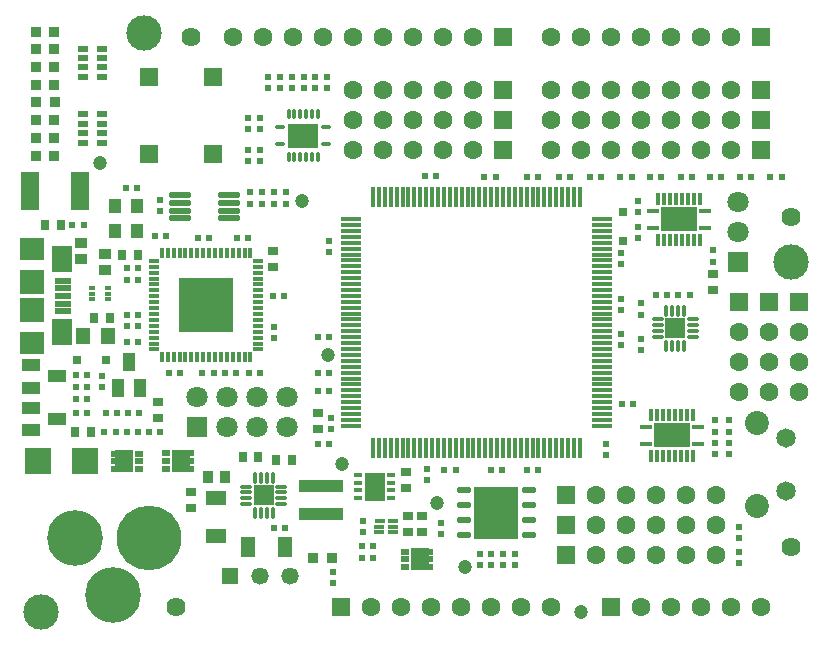
<source format=gts>
G04 Layer_Color=8388736*
%FSLAX44Y44*%
%MOMM*%
G71*
G01*
G75*
%ADD83C,0.7400*%
%ADD86C,0.8400*%
%ADD101R,1.5750X1.9000*%
%ADD102R,0.5500X0.6000*%
%ADD103R,0.6000X0.5500*%
%ADD104R,1.3000X1.7000*%
%ADD105R,1.1000X1.5000*%
%ADD106R,1.2000X1.3500*%
%ADD107R,0.9000X0.7500*%
%ADD108R,0.7500X0.9000*%
%ADD109R,0.7500X0.5000*%
%ADD110R,0.5500X0.5000*%
%ADD111O,0.9000X0.3800*%
%ADD112O,0.3800X0.9000*%
%ADD113R,4.6000X4.6000*%
%ADD114R,0.9000X0.9000*%
%ADD115C,1.2000*%
%ADD116R,1.5000X1.1000*%
%ADD117O,0.8000X0.4000*%
%ADD118O,0.4000X0.8000*%
%ADD119R,2.6500X2.1500*%
%ADD120R,1.0000X0.9000*%
%ADD121R,1.7000X2.2000*%
%ADD122R,1.4500X0.5000*%
%ADD123R,2.0000X1.9000*%
%ADD124R,2.0000X2.0000*%
G04:AMPARAMS|DCode=125|XSize=0.42mm|YSize=0.99mm|CornerRadius=0.168mm|HoleSize=0mm|Usage=FLASHONLY|Rotation=0.000|XOffset=0mm|YOffset=0mm|HoleType=Round|Shape=RoundedRectangle|*
%AMROUNDEDRECTD125*
21,1,0.4200,0.6540,0,0,0.0*
21,1,0.0840,0.9900,0,0,0.0*
1,1,0.3360,0.0420,-0.3270*
1,1,0.3360,-0.0420,-0.3270*
1,1,0.3360,-0.0420,0.3270*
1,1,0.3360,0.0420,0.3270*
%
%ADD125ROUNDEDRECTD125*%
G04:AMPARAMS|DCode=126|XSize=0.42mm|YSize=0.99mm|CornerRadius=0.168mm|HoleSize=0mm|Usage=FLASHONLY|Rotation=90.000|XOffset=0mm|YOffset=0mm|HoleType=Round|Shape=RoundedRectangle|*
%AMROUNDEDRECTD126*
21,1,0.4200,0.6540,0,0,90.0*
21,1,0.0840,0.9900,0,0,90.0*
1,1,0.3360,0.3270,0.0420*
1,1,0.3360,0.3270,-0.0420*
1,1,0.3360,-0.3270,-0.0420*
1,1,0.3360,-0.3270,0.0420*
%
%ADD126ROUNDEDRECTD126*%
%ADD127R,1.8000X1.8000*%
%ADD128R,1.8000X1.8000*%
%ADD129C,3.0000*%
%ADD130R,1.6000X3.3000*%
%ADD131R,0.9000X1.0000*%
%ADD132R,0.9900X0.4200*%
%ADD133R,0.4200X0.9900*%
%ADD134R,3.1500X2.1500*%
%ADD135R,1.5000X1.6000*%
%ADD136R,0.7858X0.6588*%
%ADD137R,0.9000X0.6000*%
%ADD138R,1.7000X1.3000*%
%ADD139R,0.6588X0.7858*%
%ADD140R,1.7000X2.3500*%
G04:AMPARAMS|DCode=141|XSize=0.4mm|YSize=0.75mm|CornerRadius=0.095mm|HoleSize=0mm|Usage=FLASHONLY|Rotation=90.000|XOffset=0mm|YOffset=0mm|HoleType=Round|Shape=RoundedRectangle|*
%AMROUNDEDRECTD141*
21,1,0.4000,0.5600,0,0,90.0*
21,1,0.2100,0.7500,0,0,90.0*
1,1,0.1900,0.2800,0.1050*
1,1,0.1900,0.2800,-0.1050*
1,1,0.1900,-0.2800,-0.1050*
1,1,0.1900,-0.2800,0.1050*
%
%ADD141ROUNDEDRECTD141*%
%ADD142R,1.1000X1.3000*%
%ADD143R,0.6000X0.4000*%
%ADD144O,1.9000X0.5500*%
%ADD145R,3.8000X1.0800*%
%ADD146R,0.9500X0.3800*%
%ADD147R,0.8500X0.3800*%
%ADD148R,3.7000X4.4000*%
G04:AMPARAMS|DCode=149|XSize=0.55mm|YSize=1.15mm|CornerRadius=0.1175mm|HoleSize=0mm|Usage=FLASHONLY|Rotation=90.000|XOffset=0mm|YOffset=0mm|HoleType=Round|Shape=RoundedRectangle|*
%AMROUNDEDRECTD149*
21,1,0.5500,0.9150,0,0,90.0*
21,1,0.3150,1.1500,0,0,90.0*
1,1,0.2350,0.4575,0.1575*
1,1,0.2350,0.4575,-0.1575*
1,1,0.2350,-0.4575,-0.1575*
1,1,0.2350,-0.4575,0.1575*
%
%ADD149ROUNDEDRECTD149*%
%ADD150R,2.3000X2.3000*%
%ADD151O,1.7500X0.4000*%
%ADD152O,0.4000X1.7500*%
%ADD153C,1.6000*%
%ADD154R,1.6000X1.6000*%
%ADD155C,1.8000*%
%ADD156R,1.8000X1.8000*%
%ADD157R,1.8000X1.8000*%
%ADD158C,4.7200*%
%ADD159C,5.4800*%
%ADD160R,1.6000X1.6000*%
%ADD161C,1.6400*%
%ADD162C,2.0300*%
%ADD163C,1.4700*%
%ADD164R,1.4700X1.4700*%
%ADD165C,1.6240*%
D83*
X567718Y256879D02*
D03*
X557718D02*
D03*
Y266879D02*
D03*
X567718D02*
D03*
X562718Y261879D02*
D03*
X214140Y120280D02*
D03*
X209140Y115280D02*
D03*
X219140D02*
D03*
X209140Y125280D02*
D03*
X219140D02*
D03*
X554717Y359379D02*
D03*
X565718D02*
D03*
X576717D02*
D03*
X554717Y348379D02*
D03*
X565718D02*
D03*
X576717D02*
D03*
D86*
X571000Y165500D02*
D03*
X560000D02*
D03*
X549000D02*
D03*
X571000Y176500D02*
D03*
X560000D02*
D03*
X549000D02*
D03*
D101*
X96155Y148960D02*
D03*
X346125Y66000D02*
D03*
X143845Y149320D02*
D03*
D102*
X181250Y224000D02*
D03*
X190750D02*
D03*
X108750Y190000D02*
D03*
X99250D02*
D03*
X88750Y174000D02*
D03*
X79250D02*
D03*
X98250Y273000D02*
D03*
X107750D02*
D03*
X131760Y339580D02*
D03*
X122260D02*
D03*
X437250Y390000D02*
D03*
X446750D02*
D03*
X64750Y222000D02*
D03*
X55250D02*
D03*
X107750Y313000D02*
D03*
X98250D02*
D03*
X200750Y338140D02*
D03*
X191250D02*
D03*
X107750Y264000D02*
D03*
X98250D02*
D03*
X143160Y224240D02*
D03*
X133660D02*
D03*
X106750Y380340D02*
D03*
X97250D02*
D03*
X55250Y212000D02*
D03*
X64750D02*
D03*
X410450Y390000D02*
D03*
X400950D02*
D03*
X546250Y290000D02*
D03*
X555750D02*
D03*
X517250Y198000D02*
D03*
X526750D02*
D03*
X269750Y254000D02*
D03*
X260250D02*
D03*
X541250Y390000D02*
D03*
X550750D02*
D03*
X297250Y67000D02*
D03*
X306750D02*
D03*
X525750Y390000D02*
D03*
X516250D02*
D03*
X201840Y224000D02*
D03*
X211340D02*
D03*
X232630Y92700D02*
D03*
X223130D02*
D03*
X98250Y250000D02*
D03*
X107750D02*
D03*
X446750Y142000D02*
D03*
X437250D02*
D03*
X297250Y77000D02*
D03*
X306750D02*
D03*
X171750Y224000D02*
D03*
X162250D02*
D03*
X80250Y190000D02*
D03*
X89750D02*
D03*
X55250Y190000D02*
D03*
X64750D02*
D03*
X98250Y303000D02*
D03*
X107750D02*
D03*
X260250Y224000D02*
D03*
X269750D02*
D03*
Y209000D02*
D03*
X260250D02*
D03*
X168160Y338420D02*
D03*
X158660D02*
D03*
X117250Y174000D02*
D03*
X126750D02*
D03*
X260250Y164000D02*
D03*
X269750D02*
D03*
X565250Y290000D02*
D03*
X574750D02*
D03*
X652750Y390000D02*
D03*
X643250D02*
D03*
X61760Y348810D02*
D03*
X52260D02*
D03*
X406840Y141870D02*
D03*
X416340D02*
D03*
X576750Y390000D02*
D03*
X567250D02*
D03*
X464250D02*
D03*
X473750D02*
D03*
X626750D02*
D03*
X617250D02*
D03*
X350450Y391000D02*
D03*
X359950D02*
D03*
X367250Y142000D02*
D03*
X376750D02*
D03*
X499750Y390000D02*
D03*
X490250D02*
D03*
X222250Y289000D02*
D03*
X231750D02*
D03*
X107750Y174000D02*
D03*
X98250D02*
D03*
X64750Y202000D02*
D03*
X55250D02*
D03*
X592250Y390000D02*
D03*
X601750D02*
D03*
D103*
X534000Y282750D02*
D03*
Y273250D02*
D03*
X269380Y326190D02*
D03*
Y335690D02*
D03*
X223000Y262750D02*
D03*
Y253250D02*
D03*
X531000Y360250D02*
D03*
Y369750D02*
D03*
X608000Y183750D02*
D03*
Y174250D02*
D03*
X201000Y439750D02*
D03*
Y430250D02*
D03*
X596000Y183750D02*
D03*
Y174250D02*
D03*
X273000Y46250D02*
D03*
Y55750D02*
D03*
X595000Y318250D02*
D03*
Y327750D02*
D03*
X608000Y155250D02*
D03*
Y164750D02*
D03*
X126000Y361250D02*
D03*
Y370750D02*
D03*
X238000Y474750D02*
D03*
Y465250D02*
D03*
X268000Y474750D02*
D03*
Y465250D02*
D03*
X271000Y176250D02*
D03*
Y185750D02*
D03*
X228000Y474750D02*
D03*
Y465250D02*
D03*
X517000Y256750D02*
D03*
Y247250D02*
D03*
X364000Y96750D02*
D03*
Y87250D02*
D03*
X503750Y163750D02*
D03*
Y154250D02*
D03*
X617000Y72750D02*
D03*
Y63250D02*
D03*
X223000Y376750D02*
D03*
Y367250D02*
D03*
X258000Y474750D02*
D03*
Y465250D02*
D03*
X201000Y403250D02*
D03*
Y412750D02*
D03*
X211000D02*
D03*
Y403250D02*
D03*
X298000Y89250D02*
D03*
Y98750D02*
D03*
X517000Y286750D02*
D03*
Y277250D02*
D03*
X352620Y142730D02*
D03*
Y133230D02*
D03*
X233000Y367250D02*
D03*
Y376750D02*
D03*
X397000Y61250D02*
D03*
Y70750D02*
D03*
X211000Y439750D02*
D03*
Y430250D02*
D03*
X77000Y221750D02*
D03*
Y212250D02*
D03*
X218000Y474750D02*
D03*
Y465250D02*
D03*
X427000Y61250D02*
D03*
Y70750D02*
D03*
X596000Y164750D02*
D03*
Y155250D02*
D03*
X531000Y338250D02*
D03*
Y347750D02*
D03*
X417000Y61250D02*
D03*
Y70750D02*
D03*
X407000Y61250D02*
D03*
Y70750D02*
D03*
X617000Y84250D02*
D03*
Y93750D02*
D03*
X534000Y243250D02*
D03*
Y252750D02*
D03*
X213000Y376750D02*
D03*
Y367250D02*
D03*
X517000Y316250D02*
D03*
Y325750D02*
D03*
X248000Y474750D02*
D03*
Y465250D02*
D03*
X203000Y376750D02*
D03*
Y367250D02*
D03*
D104*
X200640Y76280D02*
D03*
X232640D02*
D03*
D105*
X90500Y211000D02*
D03*
X109500D02*
D03*
X100000Y233000D02*
D03*
D106*
X61470Y255550D02*
D03*
X82470D02*
D03*
D107*
X348121Y88967D02*
D03*
Y102467D02*
D03*
X595000Y294250D02*
D03*
Y307750D02*
D03*
X336121Y88967D02*
D03*
Y102467D02*
D03*
X260000Y176250D02*
D03*
Y189750D02*
D03*
X125000Y185750D02*
D03*
Y199250D02*
D03*
X153000Y122750D02*
D03*
Y109250D02*
D03*
X222440Y327210D02*
D03*
Y313710D02*
D03*
X334879Y140033D02*
D03*
Y126533D02*
D03*
D108*
X107620Y324180D02*
D03*
X94120D02*
D03*
X84120Y270090D02*
D03*
X70620D02*
D03*
X28740Y348810D02*
D03*
X42240D02*
D03*
X54750Y174000D02*
D03*
X68250D02*
D03*
X196250Y153000D02*
D03*
X209750D02*
D03*
X224250Y150000D02*
D03*
X237750D02*
D03*
D109*
X108530Y142460D02*
D03*
Y148960D02*
D03*
Y155460D02*
D03*
X333750Y59500D02*
D03*
Y66000D02*
D03*
Y72500D02*
D03*
X131470Y142820D02*
D03*
Y149320D02*
D03*
Y155820D02*
D03*
D110*
X87030Y155460D02*
D03*
Y148960D02*
D03*
Y142460D02*
D03*
X355250Y72500D02*
D03*
Y66000D02*
D03*
Y59500D02*
D03*
X152970Y155820D02*
D03*
Y149320D02*
D03*
Y142820D02*
D03*
D111*
X121460Y318850D02*
D03*
Y313850D02*
D03*
Y253850D02*
D03*
Y258850D02*
D03*
Y263850D02*
D03*
Y268850D02*
D03*
Y273850D02*
D03*
Y278850D02*
D03*
Y283850D02*
D03*
Y288850D02*
D03*
Y293850D02*
D03*
Y298850D02*
D03*
Y303850D02*
D03*
Y308850D02*
D03*
Y248850D02*
D03*
Y243850D02*
D03*
X209460Y318850D02*
D03*
Y313850D02*
D03*
Y308850D02*
D03*
Y303850D02*
D03*
Y298850D02*
D03*
Y293850D02*
D03*
Y288850D02*
D03*
Y283850D02*
D03*
Y278850D02*
D03*
Y273850D02*
D03*
Y268850D02*
D03*
Y263850D02*
D03*
Y258850D02*
D03*
Y253850D02*
D03*
Y248850D02*
D03*
Y243850D02*
D03*
D112*
X127960Y237350D02*
D03*
X132960D02*
D03*
X137960D02*
D03*
X142960D02*
D03*
X147960D02*
D03*
X152960D02*
D03*
X157960D02*
D03*
X162960D02*
D03*
X167960D02*
D03*
X172960D02*
D03*
X177960D02*
D03*
X182960D02*
D03*
X187960D02*
D03*
X202960D02*
D03*
X197960D02*
D03*
X192960D02*
D03*
X167960Y325350D02*
D03*
X202960D02*
D03*
X197960D02*
D03*
X192960D02*
D03*
X187960D02*
D03*
X182960D02*
D03*
X177960D02*
D03*
X172960D02*
D03*
X162960D02*
D03*
X157960D02*
D03*
X152960D02*
D03*
X147960D02*
D03*
X142960D02*
D03*
X137960D02*
D03*
X132960D02*
D03*
X127960D02*
D03*
D113*
X165460Y281350D02*
D03*
D114*
X37000Y513000D02*
D03*
X21000D02*
D03*
X37000Y468000D02*
D03*
X21000D02*
D03*
X37000Y483000D02*
D03*
X21000D02*
D03*
X37000Y498000D02*
D03*
X21000D02*
D03*
X37230Y453000D02*
D03*
X21230D02*
D03*
X37000Y423000D02*
D03*
X21000D02*
D03*
X37000Y408000D02*
D03*
X21000D02*
D03*
X272340Y67360D02*
D03*
X256340D02*
D03*
X37000Y438000D02*
D03*
X21000D02*
D03*
D115*
X360717Y113879D02*
D03*
X268717Y238879D02*
D03*
X280718Y146879D02*
D03*
X384718Y59879D02*
D03*
X75718Y401879D02*
D03*
X482968Y21379D02*
D03*
X246468Y369879D02*
D03*
D116*
X17000Y194500D02*
D03*
Y175500D02*
D03*
X39000Y185000D02*
D03*
X17000Y230500D02*
D03*
Y211500D02*
D03*
X39000Y221000D02*
D03*
D117*
X228217Y432379D02*
D03*
Y417379D02*
D03*
X267217D02*
D03*
Y432379D02*
D03*
D118*
X235217Y406629D02*
D03*
X240217D02*
D03*
X245217D02*
D03*
X250217D02*
D03*
X255217D02*
D03*
X260217D02*
D03*
Y443129D02*
D03*
X255217D02*
D03*
X250217D02*
D03*
X245217D02*
D03*
X240217D02*
D03*
X235217D02*
D03*
D119*
X247717Y424879D02*
D03*
D120*
X59910Y333990D02*
D03*
Y319990D02*
D03*
X79820Y324718D02*
D03*
Y310718D02*
D03*
D121*
X43125Y258192D02*
D03*
Y320192D02*
D03*
D122*
X44375Y276192D02*
D03*
Y282692D02*
D03*
Y289192D02*
D03*
Y295692D02*
D03*
Y302192D02*
D03*
D123*
X17625Y329192D02*
D03*
Y249192D02*
D03*
D124*
Y301192D02*
D03*
Y277192D02*
D03*
D125*
X555218Y276629D02*
D03*
X560218D02*
D03*
X565218D02*
D03*
X570218D02*
D03*
X555218Y247129D02*
D03*
X560218D02*
D03*
X565218D02*
D03*
X570218D02*
D03*
X206640Y135030D02*
D03*
X211640D02*
D03*
X216640D02*
D03*
X221640D02*
D03*
X206640Y105530D02*
D03*
X211640D02*
D03*
X216640D02*
D03*
X221640D02*
D03*
D126*
X547968Y269379D02*
D03*
Y264379D02*
D03*
Y259379D02*
D03*
Y254379D02*
D03*
X577468Y254379D02*
D03*
Y259379D02*
D03*
Y264379D02*
D03*
Y269379D02*
D03*
X199390Y112780D02*
D03*
Y117780D02*
D03*
Y122780D02*
D03*
Y127780D02*
D03*
X228890Y127780D02*
D03*
Y122780D02*
D03*
Y117780D02*
D03*
Y112780D02*
D03*
D127*
X562718Y261879D02*
D03*
D128*
X214140Y120280D02*
D03*
D129*
X25400Y21590D02*
D03*
X113040Y511460D02*
D03*
X660620Y317460D02*
D03*
D130*
X16530Y377610D02*
D03*
X58530D02*
D03*
D131*
X181000Y136000D02*
D03*
X167000D02*
D03*
D132*
X582250Y163500D02*
D03*
Y178500D02*
D03*
X537750D02*
D03*
Y163500D02*
D03*
X543467Y361379D02*
D03*
Y346379D02*
D03*
X587967D02*
D03*
Y361379D02*
D03*
D133*
X577500Y188250D02*
D03*
X572500D02*
D03*
X567500D02*
D03*
X562500D02*
D03*
X557500D02*
D03*
X552500D02*
D03*
X547500D02*
D03*
X542500D02*
D03*
Y153750D02*
D03*
X547500D02*
D03*
X552500D02*
D03*
X557500D02*
D03*
X562500D02*
D03*
X567500D02*
D03*
X572500D02*
D03*
X577500D02*
D03*
X548218Y336629D02*
D03*
X553218D02*
D03*
X558218D02*
D03*
X563218D02*
D03*
X568218D02*
D03*
X573218D02*
D03*
X578218D02*
D03*
X583218D02*
D03*
Y371129D02*
D03*
X578218D02*
D03*
X573218D02*
D03*
X568218D02*
D03*
X563218D02*
D03*
X558218D02*
D03*
X553218D02*
D03*
X548218D02*
D03*
D134*
X560000Y171000D02*
D03*
X565718Y353879D02*
D03*
D135*
X171000Y474500D02*
D03*
Y409500D02*
D03*
X117000Y474500D02*
D03*
Y409500D02*
D03*
D136*
X518121Y359909D02*
D03*
Y335525D02*
D03*
D137*
X61560Y418860D02*
D03*
X77560D02*
D03*
Y426860D02*
D03*
Y434860D02*
D03*
Y442860D02*
D03*
X61560Y426860D02*
D03*
Y434860D02*
D03*
Y442860D02*
D03*
Y474620D02*
D03*
X77560D02*
D03*
Y482620D02*
D03*
Y490620D02*
D03*
Y498620D02*
D03*
X61560Y482620D02*
D03*
Y490620D02*
D03*
Y498620D02*
D03*
D138*
X173960Y85640D02*
D03*
Y117640D02*
D03*
D139*
X56090Y235121D02*
D03*
X80474D02*
D03*
D140*
X308121Y127718D02*
D03*
D141*
X321871Y117968D02*
D03*
Y124468D02*
D03*
Y130968D02*
D03*
Y137468D02*
D03*
X294371D02*
D03*
Y130968D02*
D03*
Y124468D02*
D03*
Y117968D02*
D03*
D142*
X106880Y365480D02*
D03*
X87880D02*
D03*
X106880Y344480D02*
D03*
X87880D02*
D03*
D143*
X68740Y286130D02*
D03*
Y291130D02*
D03*
Y296130D02*
D03*
X82740D02*
D03*
Y291130D02*
D03*
Y286130D02*
D03*
D144*
X143570Y374350D02*
D03*
Y367850D02*
D03*
Y361350D02*
D03*
Y354850D02*
D03*
X185070Y374350D02*
D03*
Y367850D02*
D03*
Y361350D02*
D03*
Y354850D02*
D03*
D145*
X262720Y128130D02*
D03*
Y104430D02*
D03*
D146*
X312467Y98879D02*
D03*
D147*
X311968Y93879D02*
D03*
Y88879D02*
D03*
X323467Y98879D02*
D03*
Y93879D02*
D03*
Y88879D02*
D03*
D148*
X411121Y105718D02*
D03*
D149*
X438621Y86668D02*
D03*
Y99368D02*
D03*
Y112068D02*
D03*
Y124768D02*
D03*
X383621D02*
D03*
Y112068D02*
D03*
Y99368D02*
D03*
Y86668D02*
D03*
D150*
X22980Y149060D02*
D03*
X62980D02*
D03*
D151*
X288270Y354200D02*
D03*
Y349200D02*
D03*
Y344200D02*
D03*
Y339200D02*
D03*
Y334200D02*
D03*
Y329200D02*
D03*
Y324200D02*
D03*
Y319200D02*
D03*
Y314200D02*
D03*
Y309200D02*
D03*
Y304200D02*
D03*
Y299200D02*
D03*
Y294200D02*
D03*
Y289200D02*
D03*
Y284200D02*
D03*
Y279200D02*
D03*
Y274200D02*
D03*
Y269200D02*
D03*
Y264200D02*
D03*
Y259200D02*
D03*
Y254200D02*
D03*
Y249200D02*
D03*
Y244200D02*
D03*
Y239200D02*
D03*
Y234200D02*
D03*
Y229200D02*
D03*
Y224200D02*
D03*
Y219200D02*
D03*
Y214200D02*
D03*
Y209200D02*
D03*
Y204200D02*
D03*
Y199200D02*
D03*
Y194200D02*
D03*
Y189200D02*
D03*
Y184200D02*
D03*
Y179200D02*
D03*
X500270D02*
D03*
Y184200D02*
D03*
Y189200D02*
D03*
Y194200D02*
D03*
Y199200D02*
D03*
Y204200D02*
D03*
Y209200D02*
D03*
Y214200D02*
D03*
Y219200D02*
D03*
Y224200D02*
D03*
Y229200D02*
D03*
Y234200D02*
D03*
Y239200D02*
D03*
Y244200D02*
D03*
Y249200D02*
D03*
Y254200D02*
D03*
Y259200D02*
D03*
Y264200D02*
D03*
X500270Y269200D02*
D03*
X500270Y274200D02*
D03*
Y279200D02*
D03*
Y284200D02*
D03*
Y289200D02*
D03*
Y294200D02*
D03*
Y299200D02*
D03*
Y304200D02*
D03*
Y309200D02*
D03*
Y314200D02*
D03*
Y319200D02*
D03*
Y324200D02*
D03*
Y329200D02*
D03*
Y334200D02*
D03*
Y339200D02*
D03*
Y344200D02*
D03*
Y349200D02*
D03*
Y354200D02*
D03*
D152*
X306770Y160700D02*
D03*
X311770D02*
D03*
X316770D02*
D03*
X321770D02*
D03*
X326770D02*
D03*
X331770D02*
D03*
X336770D02*
D03*
X341770D02*
D03*
X346770D02*
D03*
X351770D02*
D03*
X356770D02*
D03*
X361770D02*
D03*
X366770D02*
D03*
X371770D02*
D03*
X376770D02*
D03*
X381770D02*
D03*
X386770D02*
D03*
X391770Y160700D02*
D03*
X396770Y160700D02*
D03*
X401770D02*
D03*
X406770D02*
D03*
X411770D02*
D03*
X416770D02*
D03*
X421770D02*
D03*
X426770D02*
D03*
X431770D02*
D03*
X436770D02*
D03*
X441770D02*
D03*
X446770D02*
D03*
X451770D02*
D03*
X456770D02*
D03*
X461770D02*
D03*
X466770D02*
D03*
X471770D02*
D03*
X476770D02*
D03*
X481770D02*
D03*
Y372700D02*
D03*
X476770D02*
D03*
X471770D02*
D03*
X466770D02*
D03*
X461770D02*
D03*
X456770D02*
D03*
X451770D02*
D03*
X446770D02*
D03*
X441770D02*
D03*
X436770D02*
D03*
X431770D02*
D03*
X426770D02*
D03*
X421770D02*
D03*
X416770D02*
D03*
X411770D02*
D03*
X406770D02*
D03*
X401770D02*
D03*
X396770D02*
D03*
X391770D02*
D03*
X386770D02*
D03*
X381770D02*
D03*
X376770D02*
D03*
X371770D02*
D03*
X366770D02*
D03*
X361770D02*
D03*
X356770D02*
D03*
X351770D02*
D03*
X346770D02*
D03*
X341770D02*
D03*
X336770D02*
D03*
X331770D02*
D03*
X326770D02*
D03*
X321770D02*
D03*
X316770D02*
D03*
X311770D02*
D03*
X306770D02*
D03*
D153*
X187960Y508000D02*
D03*
X213360D02*
D03*
X264160D02*
D03*
X238760D02*
D03*
X289560D02*
D03*
X314960D02*
D03*
X340360D02*
D03*
X365760D02*
D03*
X391160D02*
D03*
X596900Y120650D02*
D03*
X571500D02*
D03*
X546100D02*
D03*
X520700D02*
D03*
X495300D02*
D03*
X289560Y412750D02*
D03*
X314960D02*
D03*
X340360D02*
D03*
X365760D02*
D03*
X391160D02*
D03*
X289560Y463550D02*
D03*
X314960D02*
D03*
X340360D02*
D03*
X365760D02*
D03*
X391160D02*
D03*
X457200D02*
D03*
X533400D02*
D03*
X508000D02*
D03*
X482600D02*
D03*
X558800D02*
D03*
X584200D02*
D03*
X609600D02*
D03*
X457200Y412750D02*
D03*
X533400D02*
D03*
X508000D02*
D03*
X482600D02*
D03*
X558800D02*
D03*
X584200D02*
D03*
X609600D02*
D03*
X289560Y438150D02*
D03*
X314960D02*
D03*
X340360D02*
D03*
X365760D02*
D03*
X391160D02*
D03*
X596900Y69850D02*
D03*
X571500D02*
D03*
X546100D02*
D03*
X520700D02*
D03*
X495300D02*
D03*
X642000Y258800D02*
D03*
Y233400D02*
D03*
Y208000D02*
D03*
X609600Y508000D02*
D03*
X584200D02*
D03*
X558800D02*
D03*
X533400D02*
D03*
X508000D02*
D03*
X457200D02*
D03*
X482600D02*
D03*
X596900Y95250D02*
D03*
X571500D02*
D03*
X546100D02*
D03*
X520700D02*
D03*
X495300D02*
D03*
X667400Y258800D02*
D03*
Y233400D02*
D03*
Y208000D02*
D03*
X457200Y438150D02*
D03*
X533400D02*
D03*
X508000D02*
D03*
X482600D02*
D03*
X558800D02*
D03*
X584200D02*
D03*
X609600D02*
D03*
X304800Y25400D02*
D03*
X330200D02*
D03*
X355600D02*
D03*
X381000D02*
D03*
X406400D02*
D03*
X457200D02*
D03*
X431800D02*
D03*
X616600Y258800D02*
D03*
Y233400D02*
D03*
Y208000D02*
D03*
X533400Y25400D02*
D03*
X558800D02*
D03*
X584200D02*
D03*
X609600D02*
D03*
X635000D02*
D03*
D154*
X416560Y508000D02*
D03*
X469900Y120650D02*
D03*
X416560Y412750D02*
D03*
Y463550D02*
D03*
X635000D02*
D03*
Y412750D02*
D03*
X416560Y438150D02*
D03*
X469900Y69850D02*
D03*
X635000Y508000D02*
D03*
X469900Y95250D02*
D03*
X635000Y438150D02*
D03*
X279400Y25400D02*
D03*
X508000D02*
D03*
D155*
X208679Y178282D02*
D03*
X183279D02*
D03*
X157879Y203682D02*
D03*
X183279D02*
D03*
X208679D02*
D03*
X234079D02*
D03*
Y178282D02*
D03*
X615700Y343279D02*
D03*
Y368679D02*
D03*
D156*
X157879Y178282D02*
D03*
D157*
X615700Y317879D02*
D03*
D158*
X54340Y83820D02*
D03*
X86840Y35820D02*
D03*
D159*
X116840Y83820D02*
D03*
D160*
X642000Y284200D02*
D03*
X667400D02*
D03*
X616600D02*
D03*
D161*
X656590Y168910D02*
D03*
Y123910D02*
D03*
D162*
X631590Y181410D02*
D03*
Y111410D02*
D03*
D163*
X236220Y52070D02*
D03*
X210820D02*
D03*
D164*
X185420D02*
D03*
D165*
X660400Y76200D02*
D03*
Y355600D02*
D03*
X152400Y508000D02*
D03*
X139700Y25400D02*
D03*
M02*

</source>
